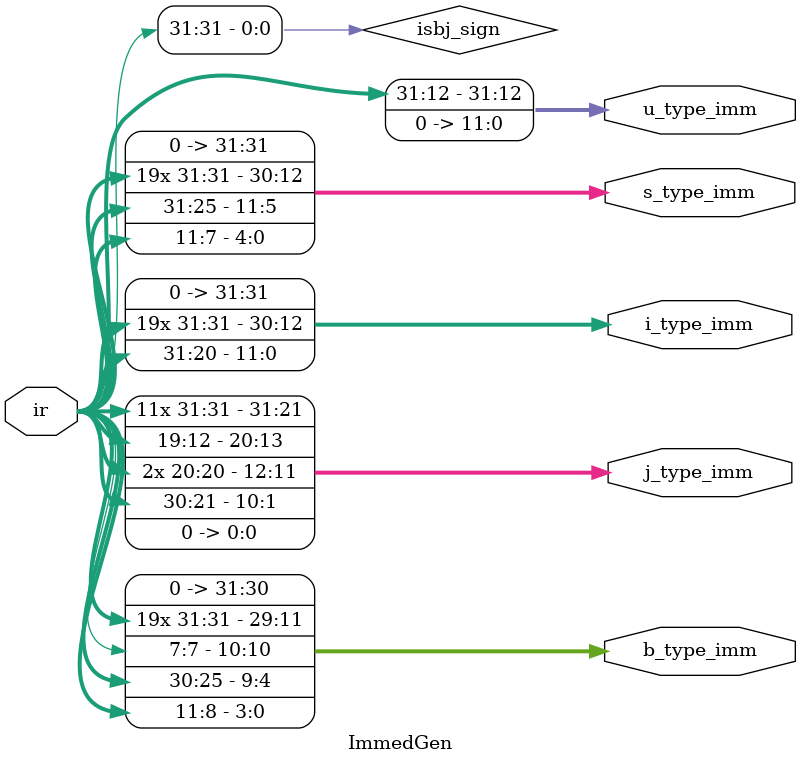
<source format=sv>
`timescale 1ns / 1ps


module ImmedGen(
    input [31:7] ir,
    output [31:0] b_type_imm,
    output [31:0] j_type_imm,
    output [31:0] i_type_imm,
    output [31:0] s_type_imm,
    output [31:0] u_type_imm
    );
    
    logic isbj_sign = ir[31];
    
    assign s_type_imm = {{20{isbj_sign}}, ir[30:25], ir[11:7]};
    assign u_type_imm = {ir[31:12], 12'b0};

    assign i_type_imm = {{20{isbj_sign}}, ir[30:25], ir[24:20]};
    assign j_type_imm = {{12{isbj_sign}}, ir[19:12], {2{ir[20]}}, ir[30:21], 1'b0};
    assign b_type_imm = {{19{isbj_sign}}, ir[7], ir[30:25], ir[11:8]};
endmodule

</source>
